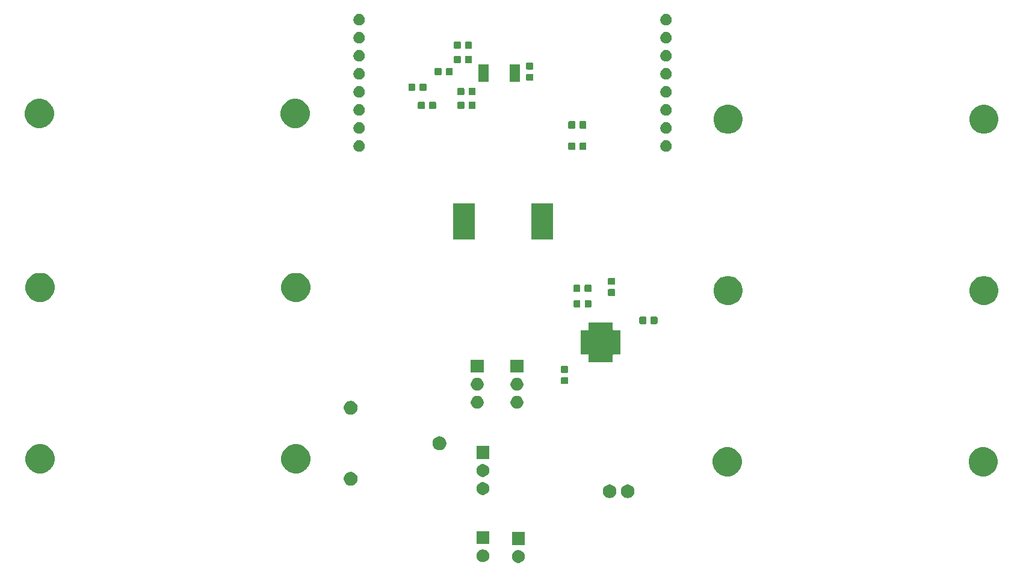
<source format=gbr>
G04 #@! TF.GenerationSoftware,KiCad,Pcbnew,(5.1.5)-3*
G04 #@! TF.CreationDate,2020-04-08T11:42:18+02:00*
G04 #@! TF.ProjectId,sensing_PMU,73656e73-696e-4675-9f50-4d552e6b6963,0.0*
G04 #@! TF.SameCoordinates,Original*
G04 #@! TF.FileFunction,Soldermask,Top*
G04 #@! TF.FilePolarity,Negative*
%FSLAX46Y46*%
G04 Gerber Fmt 4.6, Leading zero omitted, Abs format (unit mm)*
G04 Created by KiCad (PCBNEW (5.1.5)-3) date 2020-04-08 11:42:18*
%MOMM*%
%LPD*%
G04 APERTURE LIST*
%ADD10C,0.100000*%
G04 APERTURE END LIST*
D10*
G36*
X164201531Y-117441544D02*
G01*
X164362812Y-117473624D01*
X164526784Y-117541544D01*
X164674354Y-117640147D01*
X164799853Y-117765646D01*
X164898456Y-117913216D01*
X164966376Y-118077188D01*
X165001000Y-118251259D01*
X165001000Y-118428741D01*
X164966376Y-118602812D01*
X164898456Y-118766784D01*
X164799853Y-118914354D01*
X164674354Y-119039853D01*
X164526784Y-119138456D01*
X164362812Y-119206376D01*
X164213512Y-119236073D01*
X164188742Y-119241000D01*
X164011258Y-119241000D01*
X163986488Y-119236073D01*
X163837188Y-119206376D01*
X163673216Y-119138456D01*
X163525646Y-119039853D01*
X163400147Y-118914354D01*
X163301544Y-118766784D01*
X163233624Y-118602812D01*
X163199000Y-118428741D01*
X163199000Y-118251259D01*
X163233624Y-118077188D01*
X163301544Y-117913216D01*
X163400147Y-117765646D01*
X163525646Y-117640147D01*
X163673216Y-117541544D01*
X163837188Y-117473624D01*
X163998469Y-117441544D01*
X164011258Y-117439000D01*
X164188742Y-117439000D01*
X164201531Y-117441544D01*
G37*
G36*
X159213512Y-117343927D02*
G01*
X159362812Y-117373624D01*
X159526784Y-117441544D01*
X159674354Y-117540147D01*
X159799853Y-117665646D01*
X159898456Y-117813216D01*
X159966376Y-117977188D01*
X160001000Y-118151259D01*
X160001000Y-118328741D01*
X159966376Y-118502812D01*
X159898456Y-118666784D01*
X159799853Y-118814354D01*
X159674354Y-118939853D01*
X159526784Y-119038456D01*
X159362812Y-119106376D01*
X159213512Y-119136073D01*
X159188742Y-119141000D01*
X159011258Y-119141000D01*
X158986488Y-119136073D01*
X158837188Y-119106376D01*
X158673216Y-119038456D01*
X158525646Y-118939853D01*
X158400147Y-118814354D01*
X158301544Y-118666784D01*
X158233624Y-118502812D01*
X158199000Y-118328741D01*
X158199000Y-118151259D01*
X158233624Y-117977188D01*
X158301544Y-117813216D01*
X158400147Y-117665646D01*
X158525646Y-117540147D01*
X158673216Y-117441544D01*
X158837188Y-117373624D01*
X158986488Y-117343927D01*
X159011258Y-117339000D01*
X159188742Y-117339000D01*
X159213512Y-117343927D01*
G37*
G36*
X165001000Y-116701000D02*
G01*
X163199000Y-116701000D01*
X163199000Y-114899000D01*
X165001000Y-114899000D01*
X165001000Y-116701000D01*
G37*
G36*
X160001000Y-116601000D02*
G01*
X158199000Y-116601000D01*
X158199000Y-114799000D01*
X160001000Y-114799000D01*
X160001000Y-116601000D01*
G37*
G36*
X179747395Y-108255546D02*
G01*
X179920466Y-108327234D01*
X179978483Y-108366000D01*
X180076227Y-108431310D01*
X180208690Y-108563773D01*
X180208691Y-108563775D01*
X180312766Y-108719534D01*
X180384454Y-108892605D01*
X180421000Y-109076333D01*
X180421000Y-109263667D01*
X180384454Y-109447395D01*
X180312766Y-109620466D01*
X180312765Y-109620467D01*
X180208690Y-109776227D01*
X180076227Y-109908690D01*
X179997818Y-109961081D01*
X179920466Y-110012766D01*
X179747395Y-110084454D01*
X179563667Y-110121000D01*
X179376333Y-110121000D01*
X179192605Y-110084454D01*
X179019534Y-110012766D01*
X178942182Y-109961081D01*
X178863773Y-109908690D01*
X178731310Y-109776227D01*
X178627235Y-109620467D01*
X178627234Y-109620466D01*
X178555546Y-109447395D01*
X178519000Y-109263667D01*
X178519000Y-109076333D01*
X178555546Y-108892605D01*
X178627234Y-108719534D01*
X178731309Y-108563775D01*
X178731310Y-108563773D01*
X178863773Y-108431310D01*
X178961517Y-108366000D01*
X179019534Y-108327234D01*
X179192605Y-108255546D01*
X179376333Y-108219000D01*
X179563667Y-108219000D01*
X179747395Y-108255546D01*
G37*
G36*
X177207395Y-108255546D02*
G01*
X177380466Y-108327234D01*
X177438483Y-108366000D01*
X177536227Y-108431310D01*
X177668690Y-108563773D01*
X177668691Y-108563775D01*
X177772766Y-108719534D01*
X177844454Y-108892605D01*
X177881000Y-109076333D01*
X177881000Y-109263667D01*
X177844454Y-109447395D01*
X177772766Y-109620466D01*
X177772765Y-109620467D01*
X177668690Y-109776227D01*
X177536227Y-109908690D01*
X177457818Y-109961081D01*
X177380466Y-110012766D01*
X177207395Y-110084454D01*
X177023667Y-110121000D01*
X176836333Y-110121000D01*
X176652605Y-110084454D01*
X176479534Y-110012766D01*
X176402182Y-109961081D01*
X176323773Y-109908690D01*
X176191310Y-109776227D01*
X176087235Y-109620467D01*
X176087234Y-109620466D01*
X176015546Y-109447395D01*
X175979000Y-109263667D01*
X175979000Y-109076333D01*
X176015546Y-108892605D01*
X176087234Y-108719534D01*
X176191309Y-108563775D01*
X176191310Y-108563773D01*
X176323773Y-108431310D01*
X176421517Y-108366000D01*
X176479534Y-108327234D01*
X176652605Y-108255546D01*
X176836333Y-108219000D01*
X177023667Y-108219000D01*
X177207395Y-108255546D01*
G37*
G36*
X159213512Y-107883927D02*
G01*
X159362812Y-107913624D01*
X159526784Y-107981544D01*
X159674354Y-108080147D01*
X159799853Y-108205646D01*
X159898456Y-108353216D01*
X159966376Y-108517188D01*
X160001000Y-108691259D01*
X160001000Y-108868741D01*
X159966376Y-109042812D01*
X159898456Y-109206784D01*
X159799853Y-109354354D01*
X159674354Y-109479853D01*
X159526784Y-109578456D01*
X159362812Y-109646376D01*
X159213512Y-109676073D01*
X159188742Y-109681000D01*
X159011258Y-109681000D01*
X158986488Y-109676073D01*
X158837188Y-109646376D01*
X158673216Y-109578456D01*
X158525646Y-109479853D01*
X158400147Y-109354354D01*
X158301544Y-109206784D01*
X158233624Y-109042812D01*
X158199000Y-108868741D01*
X158199000Y-108691259D01*
X158233624Y-108517188D01*
X158301544Y-108353216D01*
X158400147Y-108205646D01*
X158525646Y-108080147D01*
X158673216Y-107981544D01*
X158837188Y-107913624D01*
X158986488Y-107883927D01*
X159011258Y-107879000D01*
X159188742Y-107879000D01*
X159213512Y-107883927D01*
G37*
G36*
X140781771Y-106471122D02*
G01*
X140957571Y-106543941D01*
X140957573Y-106543942D01*
X141115789Y-106649659D01*
X141250341Y-106784211D01*
X141354337Y-106939852D01*
X141356059Y-106942429D01*
X141428878Y-107118229D01*
X141466000Y-107304856D01*
X141466000Y-107495144D01*
X141428878Y-107681771D01*
X141356059Y-107857571D01*
X141356058Y-107857573D01*
X141250341Y-108015789D01*
X141115789Y-108150341D01*
X140957573Y-108256058D01*
X140957572Y-108256059D01*
X140957571Y-108256059D01*
X140781771Y-108328878D01*
X140595144Y-108366000D01*
X140404856Y-108366000D01*
X140218229Y-108328878D01*
X140042429Y-108256059D01*
X140042428Y-108256059D01*
X140042427Y-108256058D01*
X139884211Y-108150341D01*
X139749659Y-108015789D01*
X139643942Y-107857573D01*
X139643941Y-107857571D01*
X139571122Y-107681771D01*
X139534000Y-107495144D01*
X139534000Y-107304856D01*
X139571122Y-107118229D01*
X139643941Y-106942429D01*
X139645663Y-106939852D01*
X139749659Y-106784211D01*
X139884211Y-106649659D01*
X140042427Y-106543942D01*
X140042429Y-106543941D01*
X140218229Y-106471122D01*
X140404856Y-106434000D01*
X140595144Y-106434000D01*
X140781771Y-106471122D01*
G37*
G36*
X159213512Y-105343927D02*
G01*
X159362812Y-105373624D01*
X159526784Y-105441544D01*
X159674354Y-105540147D01*
X159799853Y-105665646D01*
X159898456Y-105813216D01*
X159966376Y-105977188D01*
X160001000Y-106151259D01*
X160001000Y-106328741D01*
X159966376Y-106502812D01*
X159898456Y-106666784D01*
X159799853Y-106814354D01*
X159674354Y-106939853D01*
X159526784Y-107038456D01*
X159362812Y-107106376D01*
X159213512Y-107136073D01*
X159188742Y-107141000D01*
X159011258Y-107141000D01*
X158986488Y-107136073D01*
X158837188Y-107106376D01*
X158673216Y-107038456D01*
X158525646Y-106939853D01*
X158400147Y-106814354D01*
X158301544Y-106666784D01*
X158233624Y-106502812D01*
X158199000Y-106328741D01*
X158199000Y-106151259D01*
X158233624Y-105977188D01*
X158301544Y-105813216D01*
X158400147Y-105665646D01*
X158525646Y-105540147D01*
X158673216Y-105441544D01*
X158837188Y-105373624D01*
X158986488Y-105343927D01*
X159011258Y-105339000D01*
X159188742Y-105339000D01*
X159213512Y-105343927D01*
G37*
G36*
X194098254Y-103027818D02*
G01*
X194394053Y-103150342D01*
X194471513Y-103182427D01*
X194807436Y-103406884D01*
X195093116Y-103692564D01*
X195299705Y-104001745D01*
X195317574Y-104028489D01*
X195472182Y-104401746D01*
X195551000Y-104797993D01*
X195551000Y-105202007D01*
X195472182Y-105598254D01*
X195317574Y-105971511D01*
X195317573Y-105971513D01*
X195093116Y-106307436D01*
X194807436Y-106593116D01*
X194471513Y-106817573D01*
X194471512Y-106817574D01*
X194471511Y-106817574D01*
X194098254Y-106972182D01*
X193702007Y-107051000D01*
X193297993Y-107051000D01*
X192901746Y-106972182D01*
X192528489Y-106817574D01*
X192528488Y-106817574D01*
X192528487Y-106817573D01*
X192192564Y-106593116D01*
X191906884Y-106307436D01*
X191682427Y-105971513D01*
X191682426Y-105971511D01*
X191527818Y-105598254D01*
X191449000Y-105202007D01*
X191449000Y-104797993D01*
X191527818Y-104401746D01*
X191682426Y-104028489D01*
X191700296Y-104001745D01*
X191906884Y-103692564D01*
X192192564Y-103406884D01*
X192528487Y-103182427D01*
X192605947Y-103150342D01*
X192901746Y-103027818D01*
X193297993Y-102949000D01*
X193702007Y-102949000D01*
X194098254Y-103027818D01*
G37*
G36*
X230098254Y-103027818D02*
G01*
X230394053Y-103150342D01*
X230471513Y-103182427D01*
X230807436Y-103406884D01*
X231093116Y-103692564D01*
X231299705Y-104001745D01*
X231317574Y-104028489D01*
X231472182Y-104401746D01*
X231551000Y-104797993D01*
X231551000Y-105202007D01*
X231472182Y-105598254D01*
X231317574Y-105971511D01*
X231317573Y-105971513D01*
X231093116Y-106307436D01*
X230807436Y-106593116D01*
X230471513Y-106817573D01*
X230471512Y-106817574D01*
X230471511Y-106817574D01*
X230098254Y-106972182D01*
X229702007Y-107051000D01*
X229297993Y-107051000D01*
X228901746Y-106972182D01*
X228528489Y-106817574D01*
X228528488Y-106817574D01*
X228528487Y-106817573D01*
X228192564Y-106593116D01*
X227906884Y-106307436D01*
X227682427Y-105971513D01*
X227682426Y-105971511D01*
X227527818Y-105598254D01*
X227449000Y-105202007D01*
X227449000Y-104797993D01*
X227527818Y-104401746D01*
X227682426Y-104028489D01*
X227700296Y-104001745D01*
X227906884Y-103692564D01*
X228192564Y-103406884D01*
X228528487Y-103182427D01*
X228605947Y-103150342D01*
X228901746Y-103027818D01*
X229297993Y-102949000D01*
X229702007Y-102949000D01*
X230098254Y-103027818D01*
G37*
G36*
X133398254Y-102627818D02*
G01*
X133771511Y-102782426D01*
X133771513Y-102782427D01*
X134020807Y-102949000D01*
X134107436Y-103006884D01*
X134393116Y-103292564D01*
X134617574Y-103628489D01*
X134772182Y-104001746D01*
X134851000Y-104397993D01*
X134851000Y-104802007D01*
X134772182Y-105198254D01*
X134770627Y-105202007D01*
X134617573Y-105571513D01*
X134393116Y-105907436D01*
X134107436Y-106193116D01*
X133771513Y-106417573D01*
X133771512Y-106417574D01*
X133771511Y-106417574D01*
X133398254Y-106572182D01*
X133002007Y-106651000D01*
X132597993Y-106651000D01*
X132201746Y-106572182D01*
X131828489Y-106417574D01*
X131828488Y-106417574D01*
X131828487Y-106417573D01*
X131492564Y-106193116D01*
X131206884Y-105907436D01*
X130982427Y-105571513D01*
X130829373Y-105202007D01*
X130827818Y-105198254D01*
X130749000Y-104802007D01*
X130749000Y-104397993D01*
X130827818Y-104001746D01*
X130982426Y-103628489D01*
X131206884Y-103292564D01*
X131492564Y-103006884D01*
X131579193Y-102949000D01*
X131828487Y-102782427D01*
X131828489Y-102782426D01*
X132201746Y-102627818D01*
X132597993Y-102549000D01*
X133002007Y-102549000D01*
X133398254Y-102627818D01*
G37*
G36*
X97398254Y-102627818D02*
G01*
X97771511Y-102782426D01*
X97771513Y-102782427D01*
X98020807Y-102949000D01*
X98107436Y-103006884D01*
X98393116Y-103292564D01*
X98617574Y-103628489D01*
X98772182Y-104001746D01*
X98851000Y-104397993D01*
X98851000Y-104802007D01*
X98772182Y-105198254D01*
X98770627Y-105202007D01*
X98617573Y-105571513D01*
X98393116Y-105907436D01*
X98107436Y-106193116D01*
X97771513Y-106417573D01*
X97771512Y-106417574D01*
X97771511Y-106417574D01*
X97398254Y-106572182D01*
X97002007Y-106651000D01*
X96597993Y-106651000D01*
X96201746Y-106572182D01*
X95828489Y-106417574D01*
X95828488Y-106417574D01*
X95828487Y-106417573D01*
X95492564Y-106193116D01*
X95206884Y-105907436D01*
X94982427Y-105571513D01*
X94829373Y-105202007D01*
X94827818Y-105198254D01*
X94749000Y-104802007D01*
X94749000Y-104397993D01*
X94827818Y-104001746D01*
X94982426Y-103628489D01*
X95206884Y-103292564D01*
X95492564Y-103006884D01*
X95579193Y-102949000D01*
X95828487Y-102782427D01*
X95828489Y-102782426D01*
X96201746Y-102627818D01*
X96597993Y-102549000D01*
X97002007Y-102549000D01*
X97398254Y-102627818D01*
G37*
G36*
X160001000Y-104601000D02*
G01*
X158199000Y-104601000D01*
X158199000Y-102799000D01*
X160001000Y-102799000D01*
X160001000Y-104601000D01*
G37*
G36*
X153281771Y-101471122D02*
G01*
X153457571Y-101543941D01*
X153457573Y-101543942D01*
X153615789Y-101649659D01*
X153750341Y-101784211D01*
X153750342Y-101784213D01*
X153856059Y-101942429D01*
X153928878Y-102118229D01*
X153966000Y-102304856D01*
X153966000Y-102495144D01*
X153928878Y-102681771D01*
X153880320Y-102799000D01*
X153856058Y-102857573D01*
X153750341Y-103015789D01*
X153615789Y-103150341D01*
X153457573Y-103256058D01*
X153457572Y-103256059D01*
X153457571Y-103256059D01*
X153281771Y-103328878D01*
X153095144Y-103366000D01*
X152904856Y-103366000D01*
X152718229Y-103328878D01*
X152542429Y-103256059D01*
X152542428Y-103256059D01*
X152542427Y-103256058D01*
X152384211Y-103150341D01*
X152249659Y-103015789D01*
X152143942Y-102857573D01*
X152119680Y-102799000D01*
X152071122Y-102681771D01*
X152034000Y-102495144D01*
X152034000Y-102304856D01*
X152071122Y-102118229D01*
X152143941Y-101942429D01*
X152249658Y-101784213D01*
X152249659Y-101784211D01*
X152384211Y-101649659D01*
X152542427Y-101543942D01*
X152542429Y-101543941D01*
X152718229Y-101471122D01*
X152904856Y-101434000D01*
X153095144Y-101434000D01*
X153281771Y-101471122D01*
G37*
G36*
X140781771Y-96471122D02*
G01*
X140957571Y-96543941D01*
X140957573Y-96543942D01*
X141115789Y-96649659D01*
X141250341Y-96784211D01*
X141250342Y-96784213D01*
X141356059Y-96942429D01*
X141428878Y-97118229D01*
X141466000Y-97304856D01*
X141466000Y-97495144D01*
X141428878Y-97681771D01*
X141356059Y-97857571D01*
X141356058Y-97857573D01*
X141250341Y-98015789D01*
X141115789Y-98150341D01*
X140957573Y-98256058D01*
X140957572Y-98256059D01*
X140957571Y-98256059D01*
X140781771Y-98328878D01*
X140595144Y-98366000D01*
X140404856Y-98366000D01*
X140218229Y-98328878D01*
X140042429Y-98256059D01*
X140042428Y-98256059D01*
X140042427Y-98256058D01*
X139884211Y-98150341D01*
X139749659Y-98015789D01*
X139643942Y-97857573D01*
X139643941Y-97857571D01*
X139571122Y-97681771D01*
X139534000Y-97495144D01*
X139534000Y-97304856D01*
X139571122Y-97118229D01*
X139643941Y-96942429D01*
X139749658Y-96784213D01*
X139749659Y-96784211D01*
X139884211Y-96649659D01*
X140042427Y-96543942D01*
X140042429Y-96543941D01*
X140218229Y-96471122D01*
X140404856Y-96434000D01*
X140595144Y-96434000D01*
X140781771Y-96471122D01*
G37*
G36*
X158433512Y-95743927D02*
G01*
X158582812Y-95773624D01*
X158746784Y-95841544D01*
X158894354Y-95940147D01*
X159019853Y-96065646D01*
X159118456Y-96213216D01*
X159186376Y-96377188D01*
X159197676Y-96434000D01*
X159219545Y-96543941D01*
X159221000Y-96551259D01*
X159221000Y-96728741D01*
X159186376Y-96902812D01*
X159118456Y-97066784D01*
X159019853Y-97214354D01*
X158894354Y-97339853D01*
X158746784Y-97438456D01*
X158582812Y-97506376D01*
X158433512Y-97536073D01*
X158408742Y-97541000D01*
X158231258Y-97541000D01*
X158206488Y-97536073D01*
X158057188Y-97506376D01*
X157893216Y-97438456D01*
X157745646Y-97339853D01*
X157620147Y-97214354D01*
X157521544Y-97066784D01*
X157453624Y-96902812D01*
X157419000Y-96728741D01*
X157419000Y-96551259D01*
X157420456Y-96543941D01*
X157442324Y-96434000D01*
X157453624Y-96377188D01*
X157521544Y-96213216D01*
X157620147Y-96065646D01*
X157745646Y-95940147D01*
X157893216Y-95841544D01*
X158057188Y-95773624D01*
X158206488Y-95743927D01*
X158231258Y-95739000D01*
X158408742Y-95739000D01*
X158433512Y-95743927D01*
G37*
G36*
X164013512Y-95743927D02*
G01*
X164162812Y-95773624D01*
X164326784Y-95841544D01*
X164474354Y-95940147D01*
X164599853Y-96065646D01*
X164698456Y-96213216D01*
X164766376Y-96377188D01*
X164777676Y-96434000D01*
X164799545Y-96543941D01*
X164801000Y-96551259D01*
X164801000Y-96728741D01*
X164766376Y-96902812D01*
X164698456Y-97066784D01*
X164599853Y-97214354D01*
X164474354Y-97339853D01*
X164326784Y-97438456D01*
X164162812Y-97506376D01*
X164013512Y-97536073D01*
X163988742Y-97541000D01*
X163811258Y-97541000D01*
X163786488Y-97536073D01*
X163637188Y-97506376D01*
X163473216Y-97438456D01*
X163325646Y-97339853D01*
X163200147Y-97214354D01*
X163101544Y-97066784D01*
X163033624Y-96902812D01*
X162999000Y-96728741D01*
X162999000Y-96551259D01*
X163000456Y-96543941D01*
X163022324Y-96434000D01*
X163033624Y-96377188D01*
X163101544Y-96213216D01*
X163200147Y-96065646D01*
X163325646Y-95940147D01*
X163473216Y-95841544D01*
X163637188Y-95773624D01*
X163786488Y-95743927D01*
X163811258Y-95739000D01*
X163988742Y-95739000D01*
X164013512Y-95743927D01*
G37*
G36*
X164013512Y-93203927D02*
G01*
X164162812Y-93233624D01*
X164326784Y-93301544D01*
X164474354Y-93400147D01*
X164599853Y-93525646D01*
X164698456Y-93673216D01*
X164766376Y-93837188D01*
X164801000Y-94011259D01*
X164801000Y-94188741D01*
X164766376Y-94362812D01*
X164698456Y-94526784D01*
X164599853Y-94674354D01*
X164474354Y-94799853D01*
X164326784Y-94898456D01*
X164162812Y-94966376D01*
X164013512Y-94996073D01*
X163988742Y-95001000D01*
X163811258Y-95001000D01*
X163786488Y-94996073D01*
X163637188Y-94966376D01*
X163473216Y-94898456D01*
X163325646Y-94799853D01*
X163200147Y-94674354D01*
X163101544Y-94526784D01*
X163033624Y-94362812D01*
X162999000Y-94188741D01*
X162999000Y-94011259D01*
X163033624Y-93837188D01*
X163101544Y-93673216D01*
X163200147Y-93525646D01*
X163325646Y-93400147D01*
X163473216Y-93301544D01*
X163637188Y-93233624D01*
X163786488Y-93203927D01*
X163811258Y-93199000D01*
X163988742Y-93199000D01*
X164013512Y-93203927D01*
G37*
G36*
X158433512Y-93203927D02*
G01*
X158582812Y-93233624D01*
X158746784Y-93301544D01*
X158894354Y-93400147D01*
X159019853Y-93525646D01*
X159118456Y-93673216D01*
X159186376Y-93837188D01*
X159221000Y-94011259D01*
X159221000Y-94188741D01*
X159186376Y-94362812D01*
X159118456Y-94526784D01*
X159019853Y-94674354D01*
X158894354Y-94799853D01*
X158746784Y-94898456D01*
X158582812Y-94966376D01*
X158433512Y-94996073D01*
X158408742Y-95001000D01*
X158231258Y-95001000D01*
X158206488Y-94996073D01*
X158057188Y-94966376D01*
X157893216Y-94898456D01*
X157745646Y-94799853D01*
X157620147Y-94674354D01*
X157521544Y-94526784D01*
X157453624Y-94362812D01*
X157419000Y-94188741D01*
X157419000Y-94011259D01*
X157453624Y-93837188D01*
X157521544Y-93673216D01*
X157620147Y-93525646D01*
X157745646Y-93400147D01*
X157893216Y-93301544D01*
X158057188Y-93233624D01*
X158206488Y-93203927D01*
X158231258Y-93199000D01*
X158408742Y-93199000D01*
X158433512Y-93203927D01*
G37*
G36*
X170979591Y-93103085D02*
G01*
X171013569Y-93113393D01*
X171044890Y-93130134D01*
X171072339Y-93152661D01*
X171094866Y-93180110D01*
X171111607Y-93211431D01*
X171121915Y-93245409D01*
X171126000Y-93286890D01*
X171126000Y-93888110D01*
X171121915Y-93929591D01*
X171111607Y-93963569D01*
X171094866Y-93994890D01*
X171072339Y-94022339D01*
X171044890Y-94044866D01*
X171013569Y-94061607D01*
X170979591Y-94071915D01*
X170938110Y-94076000D01*
X170261890Y-94076000D01*
X170220409Y-94071915D01*
X170186431Y-94061607D01*
X170155110Y-94044866D01*
X170127661Y-94022339D01*
X170105134Y-93994890D01*
X170088393Y-93963569D01*
X170078085Y-93929591D01*
X170074000Y-93888110D01*
X170074000Y-93286890D01*
X170078085Y-93245409D01*
X170088393Y-93211431D01*
X170105134Y-93180110D01*
X170127661Y-93152661D01*
X170155110Y-93130134D01*
X170186431Y-93113393D01*
X170220409Y-93103085D01*
X170261890Y-93099000D01*
X170938110Y-93099000D01*
X170979591Y-93103085D01*
G37*
G36*
X170979591Y-91528085D02*
G01*
X171013569Y-91538393D01*
X171044890Y-91555134D01*
X171072339Y-91577661D01*
X171094866Y-91605110D01*
X171111607Y-91636431D01*
X171121915Y-91670409D01*
X171126000Y-91711890D01*
X171126000Y-92313110D01*
X171121915Y-92354591D01*
X171111607Y-92388569D01*
X171094866Y-92419890D01*
X171072339Y-92447339D01*
X171044890Y-92469866D01*
X171013569Y-92486607D01*
X170979591Y-92496915D01*
X170938110Y-92501000D01*
X170261890Y-92501000D01*
X170220409Y-92496915D01*
X170186431Y-92486607D01*
X170155110Y-92469866D01*
X170127661Y-92447339D01*
X170105134Y-92419890D01*
X170088393Y-92388569D01*
X170078085Y-92354591D01*
X170074000Y-92313110D01*
X170074000Y-91711890D01*
X170078085Y-91670409D01*
X170088393Y-91636431D01*
X170105134Y-91605110D01*
X170127661Y-91577661D01*
X170155110Y-91555134D01*
X170186431Y-91538393D01*
X170220409Y-91528085D01*
X170261890Y-91524000D01*
X170938110Y-91524000D01*
X170979591Y-91528085D01*
G37*
G36*
X159221000Y-92461000D02*
G01*
X157419000Y-92461000D01*
X157419000Y-90659000D01*
X159221000Y-90659000D01*
X159221000Y-92461000D01*
G37*
G36*
X164801000Y-92461000D02*
G01*
X162999000Y-92461000D01*
X162999000Y-90659000D01*
X164801000Y-90659000D01*
X164801000Y-92461000D01*
G37*
G36*
X177401000Y-86374001D02*
G01*
X177403402Y-86398387D01*
X177410515Y-86421836D01*
X177422066Y-86443447D01*
X177437611Y-86462389D01*
X177456553Y-86477934D01*
X177478164Y-86489485D01*
X177501613Y-86496598D01*
X177525999Y-86499000D01*
X178501000Y-86499000D01*
X178501000Y-89901000D01*
X177525999Y-89901000D01*
X177501613Y-89903402D01*
X177478164Y-89910515D01*
X177456553Y-89922066D01*
X177437611Y-89937611D01*
X177422066Y-89956553D01*
X177410515Y-89978164D01*
X177403402Y-90001613D01*
X177401000Y-90025999D01*
X177401000Y-91001000D01*
X173999000Y-91001000D01*
X173999000Y-90025999D01*
X173996598Y-90001613D01*
X173989485Y-89978164D01*
X173977934Y-89956553D01*
X173962389Y-89937611D01*
X173943447Y-89922066D01*
X173921836Y-89910515D01*
X173898387Y-89903402D01*
X173874001Y-89901000D01*
X172899000Y-89901000D01*
X172899000Y-86499000D01*
X173874001Y-86499000D01*
X173898387Y-86496598D01*
X173921836Y-86489485D01*
X173943447Y-86477934D01*
X173962389Y-86462389D01*
X173977934Y-86443447D01*
X173989485Y-86421836D01*
X173996598Y-86398387D01*
X173999000Y-86374001D01*
X173999000Y-85399000D01*
X177401000Y-85399000D01*
X177401000Y-86374001D01*
G37*
G36*
X183529591Y-84588085D02*
G01*
X183563569Y-84598393D01*
X183594890Y-84615134D01*
X183622339Y-84637661D01*
X183644866Y-84665110D01*
X183661607Y-84696431D01*
X183671915Y-84730409D01*
X183676000Y-84771890D01*
X183676000Y-85448110D01*
X183671915Y-85489591D01*
X183661607Y-85523569D01*
X183644866Y-85554890D01*
X183622339Y-85582339D01*
X183594890Y-85604866D01*
X183563569Y-85621607D01*
X183529591Y-85631915D01*
X183488110Y-85636000D01*
X182886890Y-85636000D01*
X182845409Y-85631915D01*
X182811431Y-85621607D01*
X182780110Y-85604866D01*
X182752661Y-85582339D01*
X182730134Y-85554890D01*
X182713393Y-85523569D01*
X182703085Y-85489591D01*
X182699000Y-85448110D01*
X182699000Y-84771890D01*
X182703085Y-84730409D01*
X182713393Y-84696431D01*
X182730134Y-84665110D01*
X182752661Y-84637661D01*
X182780110Y-84615134D01*
X182811431Y-84598393D01*
X182845409Y-84588085D01*
X182886890Y-84584000D01*
X183488110Y-84584000D01*
X183529591Y-84588085D01*
G37*
G36*
X181954591Y-84588085D02*
G01*
X181988569Y-84598393D01*
X182019890Y-84615134D01*
X182047339Y-84637661D01*
X182069866Y-84665110D01*
X182086607Y-84696431D01*
X182096915Y-84730409D01*
X182101000Y-84771890D01*
X182101000Y-85448110D01*
X182096915Y-85489591D01*
X182086607Y-85523569D01*
X182069866Y-85554890D01*
X182047339Y-85582339D01*
X182019890Y-85604866D01*
X181988569Y-85621607D01*
X181954591Y-85631915D01*
X181913110Y-85636000D01*
X181311890Y-85636000D01*
X181270409Y-85631915D01*
X181236431Y-85621607D01*
X181205110Y-85604866D01*
X181177661Y-85582339D01*
X181155134Y-85554890D01*
X181138393Y-85523569D01*
X181128085Y-85489591D01*
X181124000Y-85448110D01*
X181124000Y-84771890D01*
X181128085Y-84730409D01*
X181138393Y-84696431D01*
X181155134Y-84665110D01*
X181177661Y-84637661D01*
X181205110Y-84615134D01*
X181236431Y-84598393D01*
X181270409Y-84588085D01*
X181311890Y-84584000D01*
X181913110Y-84584000D01*
X181954591Y-84588085D01*
G37*
G36*
X172684591Y-82248085D02*
G01*
X172718569Y-82258393D01*
X172749890Y-82275134D01*
X172777339Y-82297661D01*
X172799866Y-82325110D01*
X172816607Y-82356431D01*
X172826915Y-82390409D01*
X172831000Y-82431890D01*
X172831000Y-83108110D01*
X172826915Y-83149591D01*
X172816607Y-83183569D01*
X172799866Y-83214890D01*
X172777339Y-83242339D01*
X172749890Y-83264866D01*
X172718569Y-83281607D01*
X172684591Y-83291915D01*
X172643110Y-83296000D01*
X172041890Y-83296000D01*
X172000409Y-83291915D01*
X171966431Y-83281607D01*
X171935110Y-83264866D01*
X171907661Y-83242339D01*
X171885134Y-83214890D01*
X171868393Y-83183569D01*
X171858085Y-83149591D01*
X171854000Y-83108110D01*
X171854000Y-82431890D01*
X171858085Y-82390409D01*
X171868393Y-82356431D01*
X171885134Y-82325110D01*
X171907661Y-82297661D01*
X171935110Y-82275134D01*
X171966431Y-82258393D01*
X172000409Y-82248085D01*
X172041890Y-82244000D01*
X172643110Y-82244000D01*
X172684591Y-82248085D01*
G37*
G36*
X174259591Y-82248085D02*
G01*
X174293569Y-82258393D01*
X174324890Y-82275134D01*
X174352339Y-82297661D01*
X174374866Y-82325110D01*
X174391607Y-82356431D01*
X174401915Y-82390409D01*
X174406000Y-82431890D01*
X174406000Y-83108110D01*
X174401915Y-83149591D01*
X174391607Y-83183569D01*
X174374866Y-83214890D01*
X174352339Y-83242339D01*
X174324890Y-83264866D01*
X174293569Y-83281607D01*
X174259591Y-83291915D01*
X174218110Y-83296000D01*
X173616890Y-83296000D01*
X173575409Y-83291915D01*
X173541431Y-83281607D01*
X173510110Y-83264866D01*
X173482661Y-83242339D01*
X173460134Y-83214890D01*
X173443393Y-83183569D01*
X173433085Y-83149591D01*
X173429000Y-83108110D01*
X173429000Y-82431890D01*
X173433085Y-82390409D01*
X173443393Y-82356431D01*
X173460134Y-82325110D01*
X173482661Y-82297661D01*
X173510110Y-82275134D01*
X173541431Y-82258393D01*
X173575409Y-82248085D01*
X173616890Y-82244000D01*
X174218110Y-82244000D01*
X174259591Y-82248085D01*
G37*
G36*
X194198254Y-78947818D02*
G01*
X194571511Y-79102426D01*
X194571513Y-79102427D01*
X194907436Y-79326884D01*
X195193116Y-79612564D01*
X195393935Y-79913110D01*
X195417574Y-79948489D01*
X195572182Y-80321746D01*
X195651000Y-80717993D01*
X195651000Y-81122007D01*
X195572182Y-81518254D01*
X195460683Y-81787436D01*
X195417573Y-81891513D01*
X195193116Y-82227436D01*
X194907436Y-82513116D01*
X194571513Y-82737573D01*
X194571512Y-82737574D01*
X194571511Y-82737574D01*
X194198254Y-82892182D01*
X193802007Y-82971000D01*
X193397993Y-82971000D01*
X193001746Y-82892182D01*
X192628489Y-82737574D01*
X192628488Y-82737574D01*
X192628487Y-82737573D01*
X192292564Y-82513116D01*
X192006884Y-82227436D01*
X191782427Y-81891513D01*
X191739317Y-81787436D01*
X191627818Y-81518254D01*
X191549000Y-81122007D01*
X191549000Y-80717993D01*
X191627818Y-80321746D01*
X191782426Y-79948489D01*
X191806066Y-79913110D01*
X192006884Y-79612564D01*
X192292564Y-79326884D01*
X192628487Y-79102427D01*
X192628489Y-79102426D01*
X193001746Y-78947818D01*
X193397993Y-78869000D01*
X193802007Y-78869000D01*
X194198254Y-78947818D01*
G37*
G36*
X230198254Y-78947818D02*
G01*
X230571511Y-79102426D01*
X230571513Y-79102427D01*
X230907436Y-79326884D01*
X231193116Y-79612564D01*
X231393935Y-79913110D01*
X231417574Y-79948489D01*
X231572182Y-80321746D01*
X231651000Y-80717993D01*
X231651000Y-81122007D01*
X231572182Y-81518254D01*
X231460683Y-81787436D01*
X231417573Y-81891513D01*
X231193116Y-82227436D01*
X230907436Y-82513116D01*
X230571513Y-82737573D01*
X230571512Y-82737574D01*
X230571511Y-82737574D01*
X230198254Y-82892182D01*
X229802007Y-82971000D01*
X229397993Y-82971000D01*
X229001746Y-82892182D01*
X228628489Y-82737574D01*
X228628488Y-82737574D01*
X228628487Y-82737573D01*
X228292564Y-82513116D01*
X228006884Y-82227436D01*
X227782427Y-81891513D01*
X227739317Y-81787436D01*
X227627818Y-81518254D01*
X227549000Y-81122007D01*
X227549000Y-80717993D01*
X227627818Y-80321746D01*
X227782426Y-79948489D01*
X227806066Y-79913110D01*
X228006884Y-79612564D01*
X228292564Y-79326884D01*
X228628487Y-79102427D01*
X228628489Y-79102426D01*
X229001746Y-78947818D01*
X229397993Y-78869000D01*
X229802007Y-78869000D01*
X230198254Y-78947818D01*
G37*
G36*
X133398254Y-78507818D02*
G01*
X133771511Y-78662426D01*
X133771513Y-78662427D01*
X134107436Y-78886884D01*
X134393116Y-79172564D01*
X134496230Y-79326884D01*
X134617574Y-79508489D01*
X134772182Y-79881746D01*
X134851000Y-80277993D01*
X134851000Y-80682007D01*
X134772182Y-81078254D01*
X134625759Y-81431750D01*
X134617573Y-81451513D01*
X134393116Y-81787436D01*
X134107436Y-82073116D01*
X133771513Y-82297573D01*
X133771512Y-82297574D01*
X133771511Y-82297574D01*
X133398254Y-82452182D01*
X133002007Y-82531000D01*
X132597993Y-82531000D01*
X132201746Y-82452182D01*
X131828489Y-82297574D01*
X131828488Y-82297574D01*
X131828487Y-82297573D01*
X131492564Y-82073116D01*
X131206884Y-81787436D01*
X130982427Y-81451513D01*
X130974241Y-81431750D01*
X130827818Y-81078254D01*
X130749000Y-80682007D01*
X130749000Y-80277993D01*
X130827818Y-79881746D01*
X130982426Y-79508489D01*
X131103771Y-79326884D01*
X131206884Y-79172564D01*
X131492564Y-78886884D01*
X131828487Y-78662427D01*
X131828489Y-78662426D01*
X132201746Y-78507818D01*
X132597993Y-78429000D01*
X133002007Y-78429000D01*
X133398254Y-78507818D01*
G37*
G36*
X97398254Y-78507818D02*
G01*
X97771511Y-78662426D01*
X97771513Y-78662427D01*
X98107436Y-78886884D01*
X98393116Y-79172564D01*
X98496230Y-79326884D01*
X98617574Y-79508489D01*
X98772182Y-79881746D01*
X98851000Y-80277993D01*
X98851000Y-80682007D01*
X98772182Y-81078254D01*
X98625759Y-81431750D01*
X98617573Y-81451513D01*
X98393116Y-81787436D01*
X98107436Y-82073116D01*
X97771513Y-82297573D01*
X97771512Y-82297574D01*
X97771511Y-82297574D01*
X97398254Y-82452182D01*
X97002007Y-82531000D01*
X96597993Y-82531000D01*
X96201746Y-82452182D01*
X95828489Y-82297574D01*
X95828488Y-82297574D01*
X95828487Y-82297573D01*
X95492564Y-82073116D01*
X95206884Y-81787436D01*
X94982427Y-81451513D01*
X94974241Y-81431750D01*
X94827818Y-81078254D01*
X94749000Y-80682007D01*
X94749000Y-80277993D01*
X94827818Y-79881746D01*
X94982426Y-79508489D01*
X95103771Y-79326884D01*
X95206884Y-79172564D01*
X95492564Y-78886884D01*
X95828487Y-78662427D01*
X95828489Y-78662426D01*
X96201746Y-78507818D01*
X96597993Y-78429000D01*
X97002007Y-78429000D01*
X97398254Y-78507818D01*
G37*
G36*
X177579591Y-80703085D02*
G01*
X177613569Y-80713393D01*
X177644890Y-80730134D01*
X177672339Y-80752661D01*
X177694866Y-80780110D01*
X177711607Y-80811431D01*
X177721915Y-80845409D01*
X177726000Y-80886890D01*
X177726000Y-81488110D01*
X177721915Y-81529591D01*
X177711607Y-81563569D01*
X177694866Y-81594890D01*
X177672339Y-81622339D01*
X177644890Y-81644866D01*
X177613569Y-81661607D01*
X177579591Y-81671915D01*
X177538110Y-81676000D01*
X176861890Y-81676000D01*
X176820409Y-81671915D01*
X176786431Y-81661607D01*
X176755110Y-81644866D01*
X176727661Y-81622339D01*
X176705134Y-81594890D01*
X176688393Y-81563569D01*
X176678085Y-81529591D01*
X176674000Y-81488110D01*
X176674000Y-80886890D01*
X176678085Y-80845409D01*
X176688393Y-80811431D01*
X176705134Y-80780110D01*
X176727661Y-80752661D01*
X176755110Y-80730134D01*
X176786431Y-80713393D01*
X176820409Y-80703085D01*
X176861890Y-80699000D01*
X177538110Y-80699000D01*
X177579591Y-80703085D01*
G37*
G36*
X174249591Y-80078085D02*
G01*
X174283569Y-80088393D01*
X174314890Y-80105134D01*
X174342339Y-80127661D01*
X174364866Y-80155110D01*
X174381607Y-80186431D01*
X174391915Y-80220409D01*
X174396000Y-80261890D01*
X174396000Y-80938110D01*
X174391915Y-80979591D01*
X174381607Y-81013569D01*
X174364866Y-81044890D01*
X174342339Y-81072339D01*
X174314890Y-81094866D01*
X174283569Y-81111607D01*
X174249591Y-81121915D01*
X174208110Y-81126000D01*
X173606890Y-81126000D01*
X173565409Y-81121915D01*
X173531431Y-81111607D01*
X173500110Y-81094866D01*
X173472661Y-81072339D01*
X173450134Y-81044890D01*
X173433393Y-81013569D01*
X173423085Y-80979591D01*
X173419000Y-80938110D01*
X173419000Y-80261890D01*
X173423085Y-80220409D01*
X173433393Y-80186431D01*
X173450134Y-80155110D01*
X173472661Y-80127661D01*
X173500110Y-80105134D01*
X173531431Y-80088393D01*
X173565409Y-80078085D01*
X173606890Y-80074000D01*
X174208110Y-80074000D01*
X174249591Y-80078085D01*
G37*
G36*
X172674591Y-80078085D02*
G01*
X172708569Y-80088393D01*
X172739890Y-80105134D01*
X172767339Y-80127661D01*
X172789866Y-80155110D01*
X172806607Y-80186431D01*
X172816915Y-80220409D01*
X172821000Y-80261890D01*
X172821000Y-80938110D01*
X172816915Y-80979591D01*
X172806607Y-81013569D01*
X172789866Y-81044890D01*
X172767339Y-81072339D01*
X172739890Y-81094866D01*
X172708569Y-81111607D01*
X172674591Y-81121915D01*
X172633110Y-81126000D01*
X172031890Y-81126000D01*
X171990409Y-81121915D01*
X171956431Y-81111607D01*
X171925110Y-81094866D01*
X171897661Y-81072339D01*
X171875134Y-81044890D01*
X171858393Y-81013569D01*
X171848085Y-80979591D01*
X171844000Y-80938110D01*
X171844000Y-80261890D01*
X171848085Y-80220409D01*
X171858393Y-80186431D01*
X171875134Y-80155110D01*
X171897661Y-80127661D01*
X171925110Y-80105134D01*
X171956431Y-80088393D01*
X171990409Y-80078085D01*
X172031890Y-80074000D01*
X172633110Y-80074000D01*
X172674591Y-80078085D01*
G37*
G36*
X177579591Y-79128085D02*
G01*
X177613569Y-79138393D01*
X177644890Y-79155134D01*
X177672339Y-79177661D01*
X177694866Y-79205110D01*
X177711607Y-79236431D01*
X177721915Y-79270409D01*
X177726000Y-79311890D01*
X177726000Y-79913110D01*
X177721915Y-79954591D01*
X177711607Y-79988569D01*
X177694866Y-80019890D01*
X177672339Y-80047339D01*
X177644890Y-80069866D01*
X177613569Y-80086607D01*
X177579591Y-80096915D01*
X177538110Y-80101000D01*
X176861890Y-80101000D01*
X176820409Y-80096915D01*
X176786431Y-80086607D01*
X176755110Y-80069866D01*
X176727661Y-80047339D01*
X176705134Y-80019890D01*
X176688393Y-79988569D01*
X176678085Y-79954591D01*
X176674000Y-79913110D01*
X176674000Y-79311890D01*
X176678085Y-79270409D01*
X176688393Y-79236431D01*
X176705134Y-79205110D01*
X176727661Y-79177661D01*
X176755110Y-79155134D01*
X176786431Y-79138393D01*
X176820409Y-79128085D01*
X176861890Y-79124000D01*
X177538110Y-79124000D01*
X177579591Y-79128085D01*
G37*
G36*
X169001000Y-73751000D02*
G01*
X165899000Y-73751000D01*
X165899000Y-68649000D01*
X169001000Y-68649000D01*
X169001000Y-73751000D01*
G37*
G36*
X158001000Y-73751000D02*
G01*
X154899000Y-73751000D01*
X154899000Y-68649000D01*
X158001000Y-68649000D01*
X158001000Y-73751000D01*
G37*
G36*
X185117142Y-59798242D02*
G01*
X185265101Y-59859529D01*
X185398255Y-59948499D01*
X185511501Y-60061745D01*
X185600471Y-60194899D01*
X185661758Y-60342858D01*
X185693000Y-60499925D01*
X185693000Y-60660075D01*
X185661758Y-60817142D01*
X185600471Y-60965101D01*
X185511501Y-61098255D01*
X185398255Y-61211501D01*
X185265101Y-61300471D01*
X185117142Y-61361758D01*
X184960075Y-61393000D01*
X184799925Y-61393000D01*
X184642858Y-61361758D01*
X184494899Y-61300471D01*
X184361745Y-61211501D01*
X184248499Y-61098255D01*
X184159529Y-60965101D01*
X184098242Y-60817142D01*
X184067000Y-60660075D01*
X184067000Y-60499925D01*
X184098242Y-60342858D01*
X184159529Y-60194899D01*
X184248499Y-60061745D01*
X184361745Y-59948499D01*
X184494899Y-59859529D01*
X184642858Y-59798242D01*
X184799925Y-59767000D01*
X184960075Y-59767000D01*
X185117142Y-59798242D01*
G37*
G36*
X141937142Y-59798242D02*
G01*
X142085101Y-59859529D01*
X142218255Y-59948499D01*
X142331501Y-60061745D01*
X142420471Y-60194899D01*
X142481758Y-60342858D01*
X142513000Y-60499925D01*
X142513000Y-60660075D01*
X142481758Y-60817142D01*
X142420471Y-60965101D01*
X142331501Y-61098255D01*
X142218255Y-61211501D01*
X142085101Y-61300471D01*
X141937142Y-61361758D01*
X141780075Y-61393000D01*
X141619925Y-61393000D01*
X141462858Y-61361758D01*
X141314899Y-61300471D01*
X141181745Y-61211501D01*
X141068499Y-61098255D01*
X140979529Y-60965101D01*
X140918242Y-60817142D01*
X140887000Y-60660075D01*
X140887000Y-60499925D01*
X140918242Y-60342858D01*
X140979529Y-60194899D01*
X141068499Y-60061745D01*
X141181745Y-59948499D01*
X141314899Y-59859529D01*
X141462858Y-59798242D01*
X141619925Y-59767000D01*
X141780075Y-59767000D01*
X141937142Y-59798242D01*
G37*
G36*
X173529591Y-60078085D02*
G01*
X173563569Y-60088393D01*
X173594890Y-60105134D01*
X173622339Y-60127661D01*
X173644866Y-60155110D01*
X173661607Y-60186431D01*
X173671915Y-60220409D01*
X173676000Y-60261890D01*
X173676000Y-60938110D01*
X173671915Y-60979591D01*
X173661607Y-61013569D01*
X173644866Y-61044890D01*
X173622339Y-61072339D01*
X173594890Y-61094866D01*
X173563569Y-61111607D01*
X173529591Y-61121915D01*
X173488110Y-61126000D01*
X172886890Y-61126000D01*
X172845409Y-61121915D01*
X172811431Y-61111607D01*
X172780110Y-61094866D01*
X172752661Y-61072339D01*
X172730134Y-61044890D01*
X172713393Y-61013569D01*
X172703085Y-60979591D01*
X172699000Y-60938110D01*
X172699000Y-60261890D01*
X172703085Y-60220409D01*
X172713393Y-60186431D01*
X172730134Y-60155110D01*
X172752661Y-60127661D01*
X172780110Y-60105134D01*
X172811431Y-60088393D01*
X172845409Y-60078085D01*
X172886890Y-60074000D01*
X173488110Y-60074000D01*
X173529591Y-60078085D01*
G37*
G36*
X171954591Y-60078085D02*
G01*
X171988569Y-60088393D01*
X172019890Y-60105134D01*
X172047339Y-60127661D01*
X172069866Y-60155110D01*
X172086607Y-60186431D01*
X172096915Y-60220409D01*
X172101000Y-60261890D01*
X172101000Y-60938110D01*
X172096915Y-60979591D01*
X172086607Y-61013569D01*
X172069866Y-61044890D01*
X172047339Y-61072339D01*
X172019890Y-61094866D01*
X171988569Y-61111607D01*
X171954591Y-61121915D01*
X171913110Y-61126000D01*
X171311890Y-61126000D01*
X171270409Y-61121915D01*
X171236431Y-61111607D01*
X171205110Y-61094866D01*
X171177661Y-61072339D01*
X171155134Y-61044890D01*
X171138393Y-61013569D01*
X171128085Y-60979591D01*
X171124000Y-60938110D01*
X171124000Y-60261890D01*
X171128085Y-60220409D01*
X171138393Y-60186431D01*
X171155134Y-60155110D01*
X171177661Y-60127661D01*
X171205110Y-60105134D01*
X171236431Y-60088393D01*
X171270409Y-60078085D01*
X171311890Y-60074000D01*
X171913110Y-60074000D01*
X171954591Y-60078085D01*
G37*
G36*
X185117142Y-57258242D02*
G01*
X185265101Y-57319529D01*
X185398255Y-57408499D01*
X185511501Y-57521745D01*
X185600471Y-57654899D01*
X185661758Y-57802858D01*
X185693000Y-57959925D01*
X185693000Y-58120075D01*
X185661758Y-58277142D01*
X185600471Y-58425101D01*
X185511501Y-58558255D01*
X185398255Y-58671501D01*
X185265101Y-58760471D01*
X185117142Y-58821758D01*
X184960075Y-58853000D01*
X184799925Y-58853000D01*
X184642858Y-58821758D01*
X184494899Y-58760471D01*
X184361745Y-58671501D01*
X184248499Y-58558255D01*
X184159529Y-58425101D01*
X184098242Y-58277142D01*
X184067000Y-58120075D01*
X184067000Y-57959925D01*
X184098242Y-57802858D01*
X184159529Y-57654899D01*
X184248499Y-57521745D01*
X184361745Y-57408499D01*
X184494899Y-57319529D01*
X184642858Y-57258242D01*
X184799925Y-57227000D01*
X184960075Y-57227000D01*
X185117142Y-57258242D01*
G37*
G36*
X141937142Y-57258242D02*
G01*
X142085101Y-57319529D01*
X142218255Y-57408499D01*
X142331501Y-57521745D01*
X142420471Y-57654899D01*
X142481758Y-57802858D01*
X142513000Y-57959925D01*
X142513000Y-58120075D01*
X142481758Y-58277142D01*
X142420471Y-58425101D01*
X142331501Y-58558255D01*
X142218255Y-58671501D01*
X142085101Y-58760471D01*
X141937142Y-58821758D01*
X141780075Y-58853000D01*
X141619925Y-58853000D01*
X141462858Y-58821758D01*
X141314899Y-58760471D01*
X141181745Y-58671501D01*
X141068499Y-58558255D01*
X140979529Y-58425101D01*
X140918242Y-58277142D01*
X140887000Y-58120075D01*
X140887000Y-57959925D01*
X140918242Y-57802858D01*
X140979529Y-57654899D01*
X141068499Y-57521745D01*
X141181745Y-57408499D01*
X141314899Y-57319529D01*
X141462858Y-57258242D01*
X141619925Y-57227000D01*
X141780075Y-57227000D01*
X141937142Y-57258242D01*
G37*
G36*
X194198254Y-54827818D02*
G01*
X194569862Y-54981743D01*
X194571513Y-54982427D01*
X194907436Y-55206884D01*
X195193116Y-55492564D01*
X195397198Y-55797993D01*
X195417574Y-55828489D01*
X195572182Y-56201746D01*
X195651000Y-56597993D01*
X195651000Y-57002007D01*
X195572182Y-57398254D01*
X195465876Y-57654899D01*
X195417573Y-57771513D01*
X195193116Y-58107436D01*
X194907436Y-58393116D01*
X194571513Y-58617573D01*
X194571512Y-58617574D01*
X194571511Y-58617574D01*
X194198254Y-58772182D01*
X193802007Y-58851000D01*
X193397993Y-58851000D01*
X193001746Y-58772182D01*
X192628489Y-58617574D01*
X192628488Y-58617574D01*
X192628487Y-58617573D01*
X192292564Y-58393116D01*
X192006884Y-58107436D01*
X191782427Y-57771513D01*
X191734124Y-57654899D01*
X191627818Y-57398254D01*
X191549000Y-57002007D01*
X191549000Y-56597993D01*
X191627818Y-56201746D01*
X191782426Y-55828489D01*
X191802803Y-55797993D01*
X192006884Y-55492564D01*
X192292564Y-55206884D01*
X192628487Y-54982427D01*
X192630138Y-54981743D01*
X193001746Y-54827818D01*
X193397993Y-54749000D01*
X193802007Y-54749000D01*
X194198254Y-54827818D01*
G37*
G36*
X230198254Y-54827818D02*
G01*
X230569862Y-54981743D01*
X230571513Y-54982427D01*
X230907436Y-55206884D01*
X231193116Y-55492564D01*
X231397198Y-55797993D01*
X231417574Y-55828489D01*
X231572182Y-56201746D01*
X231651000Y-56597993D01*
X231651000Y-57002007D01*
X231572182Y-57398254D01*
X231465876Y-57654899D01*
X231417573Y-57771513D01*
X231193116Y-58107436D01*
X230907436Y-58393116D01*
X230571513Y-58617573D01*
X230571512Y-58617574D01*
X230571511Y-58617574D01*
X230198254Y-58772182D01*
X229802007Y-58851000D01*
X229397993Y-58851000D01*
X229001746Y-58772182D01*
X228628489Y-58617574D01*
X228628488Y-58617574D01*
X228628487Y-58617573D01*
X228292564Y-58393116D01*
X228006884Y-58107436D01*
X227782427Y-57771513D01*
X227734124Y-57654899D01*
X227627818Y-57398254D01*
X227549000Y-57002007D01*
X227549000Y-56597993D01*
X227627818Y-56201746D01*
X227782426Y-55828489D01*
X227802803Y-55797993D01*
X228006884Y-55492564D01*
X228292564Y-55206884D01*
X228628487Y-54982427D01*
X228630138Y-54981743D01*
X229001746Y-54827818D01*
X229397993Y-54749000D01*
X229802007Y-54749000D01*
X230198254Y-54827818D01*
G37*
G36*
X171954591Y-57078085D02*
G01*
X171988569Y-57088393D01*
X172019890Y-57105134D01*
X172047339Y-57127661D01*
X172069866Y-57155110D01*
X172086607Y-57186431D01*
X172096915Y-57220409D01*
X172101000Y-57261890D01*
X172101000Y-57938110D01*
X172096915Y-57979591D01*
X172086607Y-58013569D01*
X172069866Y-58044890D01*
X172047339Y-58072339D01*
X172019890Y-58094866D01*
X171988569Y-58111607D01*
X171954591Y-58121915D01*
X171913110Y-58126000D01*
X171311890Y-58126000D01*
X171270409Y-58121915D01*
X171236431Y-58111607D01*
X171205110Y-58094866D01*
X171177661Y-58072339D01*
X171155134Y-58044890D01*
X171138393Y-58013569D01*
X171128085Y-57979591D01*
X171124000Y-57938110D01*
X171124000Y-57261890D01*
X171128085Y-57220409D01*
X171138393Y-57186431D01*
X171155134Y-57155110D01*
X171177661Y-57127661D01*
X171205110Y-57105134D01*
X171236431Y-57088393D01*
X171270409Y-57078085D01*
X171311890Y-57074000D01*
X171913110Y-57074000D01*
X171954591Y-57078085D01*
G37*
G36*
X173529591Y-57078085D02*
G01*
X173563569Y-57088393D01*
X173594890Y-57105134D01*
X173622339Y-57127661D01*
X173644866Y-57155110D01*
X173661607Y-57186431D01*
X173671915Y-57220409D01*
X173676000Y-57261890D01*
X173676000Y-57938110D01*
X173671915Y-57979591D01*
X173661607Y-58013569D01*
X173644866Y-58044890D01*
X173622339Y-58072339D01*
X173594890Y-58094866D01*
X173563569Y-58111607D01*
X173529591Y-58121915D01*
X173488110Y-58126000D01*
X172886890Y-58126000D01*
X172845409Y-58121915D01*
X172811431Y-58111607D01*
X172780110Y-58094866D01*
X172752661Y-58072339D01*
X172730134Y-58044890D01*
X172713393Y-58013569D01*
X172703085Y-57979591D01*
X172699000Y-57938110D01*
X172699000Y-57261890D01*
X172703085Y-57220409D01*
X172713393Y-57186431D01*
X172730134Y-57155110D01*
X172752661Y-57127661D01*
X172780110Y-57105134D01*
X172811431Y-57088393D01*
X172845409Y-57078085D01*
X172886890Y-57074000D01*
X173488110Y-57074000D01*
X173529591Y-57078085D01*
G37*
G36*
X97298254Y-54027818D02*
G01*
X97671511Y-54182426D01*
X97671513Y-54182427D01*
X98007436Y-54406884D01*
X98293116Y-54692564D01*
X98486797Y-54982427D01*
X98517574Y-55028489D01*
X98672182Y-55401746D01*
X98751000Y-55797993D01*
X98751000Y-56202007D01*
X98672182Y-56598254D01*
X98517574Y-56971511D01*
X98517573Y-56971513D01*
X98293116Y-57307436D01*
X98007436Y-57593116D01*
X97671513Y-57817573D01*
X97671512Y-57817574D01*
X97671511Y-57817574D01*
X97298254Y-57972182D01*
X96902007Y-58051000D01*
X96497993Y-58051000D01*
X96101746Y-57972182D01*
X95728489Y-57817574D01*
X95728488Y-57817574D01*
X95728487Y-57817573D01*
X95392564Y-57593116D01*
X95106884Y-57307436D01*
X94882427Y-56971513D01*
X94882426Y-56971511D01*
X94727818Y-56598254D01*
X94649000Y-56202007D01*
X94649000Y-55797993D01*
X94727818Y-55401746D01*
X94882426Y-55028489D01*
X94913204Y-54982427D01*
X95106884Y-54692564D01*
X95392564Y-54406884D01*
X95728487Y-54182427D01*
X95728489Y-54182426D01*
X96101746Y-54027818D01*
X96497993Y-53949000D01*
X96902007Y-53949000D01*
X97298254Y-54027818D01*
G37*
G36*
X133298254Y-54027818D02*
G01*
X133671511Y-54182426D01*
X133671513Y-54182427D01*
X134007436Y-54406884D01*
X134293116Y-54692564D01*
X134486797Y-54982427D01*
X134517574Y-55028489D01*
X134672182Y-55401746D01*
X134751000Y-55797993D01*
X134751000Y-56202007D01*
X134672182Y-56598254D01*
X134517574Y-56971511D01*
X134517573Y-56971513D01*
X134293116Y-57307436D01*
X134007436Y-57593116D01*
X133671513Y-57817573D01*
X133671512Y-57817574D01*
X133671511Y-57817574D01*
X133298254Y-57972182D01*
X132902007Y-58051000D01*
X132497993Y-58051000D01*
X132101746Y-57972182D01*
X131728489Y-57817574D01*
X131728488Y-57817574D01*
X131728487Y-57817573D01*
X131392564Y-57593116D01*
X131106884Y-57307436D01*
X130882427Y-56971513D01*
X130882426Y-56971511D01*
X130727818Y-56598254D01*
X130649000Y-56202007D01*
X130649000Y-55797993D01*
X130727818Y-55401746D01*
X130882426Y-55028489D01*
X130913204Y-54982427D01*
X131106884Y-54692564D01*
X131392564Y-54406884D01*
X131728487Y-54182427D01*
X131728489Y-54182426D01*
X132101746Y-54027818D01*
X132497993Y-53949000D01*
X132902007Y-53949000D01*
X133298254Y-54027818D01*
G37*
G36*
X141937142Y-54718242D02*
G01*
X142085101Y-54779529D01*
X142218255Y-54868499D01*
X142331501Y-54981745D01*
X142420471Y-55114899D01*
X142481758Y-55262858D01*
X142513000Y-55419925D01*
X142513000Y-55580075D01*
X142481758Y-55737142D01*
X142420471Y-55885101D01*
X142331501Y-56018255D01*
X142218255Y-56131501D01*
X142085101Y-56220471D01*
X141937142Y-56281758D01*
X141780075Y-56313000D01*
X141619925Y-56313000D01*
X141462858Y-56281758D01*
X141314899Y-56220471D01*
X141181745Y-56131501D01*
X141068499Y-56018255D01*
X140979529Y-55885101D01*
X140918242Y-55737142D01*
X140887000Y-55580075D01*
X140887000Y-55419925D01*
X140918242Y-55262858D01*
X140979529Y-55114899D01*
X141068499Y-54981745D01*
X141181745Y-54868499D01*
X141314899Y-54779529D01*
X141462858Y-54718242D01*
X141619925Y-54687000D01*
X141780075Y-54687000D01*
X141937142Y-54718242D01*
G37*
G36*
X185117142Y-54718242D02*
G01*
X185265101Y-54779529D01*
X185398255Y-54868499D01*
X185511501Y-54981745D01*
X185600471Y-55114899D01*
X185661758Y-55262858D01*
X185693000Y-55419925D01*
X185693000Y-55580075D01*
X185661758Y-55737142D01*
X185600471Y-55885101D01*
X185511501Y-56018255D01*
X185398255Y-56131501D01*
X185265101Y-56220471D01*
X185117142Y-56281758D01*
X184960075Y-56313000D01*
X184799925Y-56313000D01*
X184642858Y-56281758D01*
X184494899Y-56220471D01*
X184361745Y-56131501D01*
X184248499Y-56018255D01*
X184159529Y-55885101D01*
X184098242Y-55737142D01*
X184067000Y-55580075D01*
X184067000Y-55419925D01*
X184098242Y-55262858D01*
X184159529Y-55114899D01*
X184248499Y-54981745D01*
X184361745Y-54868499D01*
X184494899Y-54779529D01*
X184642858Y-54718242D01*
X184799925Y-54687000D01*
X184960075Y-54687000D01*
X185117142Y-54718242D01*
G37*
G36*
X150794591Y-54328085D02*
G01*
X150828569Y-54338393D01*
X150859890Y-54355134D01*
X150887339Y-54377661D01*
X150909866Y-54405110D01*
X150926607Y-54436431D01*
X150936915Y-54470409D01*
X150941000Y-54511890D01*
X150941000Y-55188110D01*
X150936915Y-55229591D01*
X150926607Y-55263569D01*
X150909866Y-55294890D01*
X150887339Y-55322339D01*
X150859890Y-55344866D01*
X150828569Y-55361607D01*
X150794591Y-55371915D01*
X150753110Y-55376000D01*
X150151890Y-55376000D01*
X150110409Y-55371915D01*
X150076431Y-55361607D01*
X150045110Y-55344866D01*
X150017661Y-55322339D01*
X149995134Y-55294890D01*
X149978393Y-55263569D01*
X149968085Y-55229591D01*
X149964000Y-55188110D01*
X149964000Y-54511890D01*
X149968085Y-54470409D01*
X149978393Y-54436431D01*
X149995134Y-54405110D01*
X150017661Y-54377661D01*
X150045110Y-54355134D01*
X150076431Y-54338393D01*
X150110409Y-54328085D01*
X150151890Y-54324000D01*
X150753110Y-54324000D01*
X150794591Y-54328085D01*
G37*
G36*
X152369591Y-54328085D02*
G01*
X152403569Y-54338393D01*
X152434890Y-54355134D01*
X152462339Y-54377661D01*
X152484866Y-54405110D01*
X152501607Y-54436431D01*
X152511915Y-54470409D01*
X152516000Y-54511890D01*
X152516000Y-55188110D01*
X152511915Y-55229591D01*
X152501607Y-55263569D01*
X152484866Y-55294890D01*
X152462339Y-55322339D01*
X152434890Y-55344866D01*
X152403569Y-55361607D01*
X152369591Y-55371915D01*
X152328110Y-55376000D01*
X151726890Y-55376000D01*
X151685409Y-55371915D01*
X151651431Y-55361607D01*
X151620110Y-55344866D01*
X151592661Y-55322339D01*
X151570134Y-55294890D01*
X151553393Y-55263569D01*
X151543085Y-55229591D01*
X151539000Y-55188110D01*
X151539000Y-54511890D01*
X151543085Y-54470409D01*
X151553393Y-54436431D01*
X151570134Y-54405110D01*
X151592661Y-54377661D01*
X151620110Y-54355134D01*
X151651431Y-54338393D01*
X151685409Y-54328085D01*
X151726890Y-54324000D01*
X152328110Y-54324000D01*
X152369591Y-54328085D01*
G37*
G36*
X157929591Y-54318085D02*
G01*
X157963569Y-54328393D01*
X157994890Y-54345134D01*
X158022339Y-54367661D01*
X158044866Y-54395110D01*
X158061607Y-54426431D01*
X158071915Y-54460409D01*
X158076000Y-54501890D01*
X158076000Y-55178110D01*
X158071915Y-55219591D01*
X158061607Y-55253569D01*
X158044866Y-55284890D01*
X158022339Y-55312339D01*
X157994890Y-55334866D01*
X157963569Y-55351607D01*
X157929591Y-55361915D01*
X157888110Y-55366000D01*
X157286890Y-55366000D01*
X157245409Y-55361915D01*
X157211431Y-55351607D01*
X157180110Y-55334866D01*
X157152661Y-55312339D01*
X157130134Y-55284890D01*
X157113393Y-55253569D01*
X157103085Y-55219591D01*
X157099000Y-55178110D01*
X157099000Y-54501890D01*
X157103085Y-54460409D01*
X157113393Y-54426431D01*
X157130134Y-54395110D01*
X157152661Y-54367661D01*
X157180110Y-54345134D01*
X157211431Y-54328393D01*
X157245409Y-54318085D01*
X157286890Y-54314000D01*
X157888110Y-54314000D01*
X157929591Y-54318085D01*
G37*
G36*
X156354591Y-54318085D02*
G01*
X156388569Y-54328393D01*
X156419890Y-54345134D01*
X156447339Y-54367661D01*
X156469866Y-54395110D01*
X156486607Y-54426431D01*
X156496915Y-54460409D01*
X156501000Y-54501890D01*
X156501000Y-55178110D01*
X156496915Y-55219591D01*
X156486607Y-55253569D01*
X156469866Y-55284890D01*
X156447339Y-55312339D01*
X156419890Y-55334866D01*
X156388569Y-55351607D01*
X156354591Y-55361915D01*
X156313110Y-55366000D01*
X155711890Y-55366000D01*
X155670409Y-55361915D01*
X155636431Y-55351607D01*
X155605110Y-55334866D01*
X155577661Y-55312339D01*
X155555134Y-55284890D01*
X155538393Y-55253569D01*
X155528085Y-55219591D01*
X155524000Y-55178110D01*
X155524000Y-54501890D01*
X155528085Y-54460409D01*
X155538393Y-54426431D01*
X155555134Y-54395110D01*
X155577661Y-54367661D01*
X155605110Y-54345134D01*
X155636431Y-54328393D01*
X155670409Y-54318085D01*
X155711890Y-54314000D01*
X156313110Y-54314000D01*
X156354591Y-54318085D01*
G37*
G36*
X141937142Y-52178242D02*
G01*
X142085101Y-52239529D01*
X142218255Y-52328499D01*
X142331501Y-52441745D01*
X142420471Y-52574899D01*
X142481758Y-52722858D01*
X142513000Y-52879925D01*
X142513000Y-53040075D01*
X142481758Y-53197142D01*
X142420471Y-53345101D01*
X142331501Y-53478255D01*
X142218255Y-53591501D01*
X142085101Y-53680471D01*
X141937142Y-53741758D01*
X141780075Y-53773000D01*
X141619925Y-53773000D01*
X141462858Y-53741758D01*
X141314899Y-53680471D01*
X141181745Y-53591501D01*
X141068499Y-53478255D01*
X140979529Y-53345101D01*
X140918242Y-53197142D01*
X140887000Y-53040075D01*
X140887000Y-52879925D01*
X140918242Y-52722858D01*
X140979529Y-52574899D01*
X141068499Y-52441745D01*
X141181745Y-52328499D01*
X141314899Y-52239529D01*
X141462858Y-52178242D01*
X141619925Y-52147000D01*
X141780075Y-52147000D01*
X141937142Y-52178242D01*
G37*
G36*
X185117142Y-52178242D02*
G01*
X185265101Y-52239529D01*
X185398255Y-52328499D01*
X185511501Y-52441745D01*
X185600471Y-52574899D01*
X185661758Y-52722858D01*
X185693000Y-52879925D01*
X185693000Y-53040075D01*
X185661758Y-53197142D01*
X185600471Y-53345101D01*
X185511501Y-53478255D01*
X185398255Y-53591501D01*
X185265101Y-53680471D01*
X185117142Y-53741758D01*
X184960075Y-53773000D01*
X184799925Y-53773000D01*
X184642858Y-53741758D01*
X184494899Y-53680471D01*
X184361745Y-53591501D01*
X184248499Y-53478255D01*
X184159529Y-53345101D01*
X184098242Y-53197142D01*
X184067000Y-53040075D01*
X184067000Y-52879925D01*
X184098242Y-52722858D01*
X184159529Y-52574899D01*
X184248499Y-52441745D01*
X184361745Y-52328499D01*
X184494899Y-52239529D01*
X184642858Y-52178242D01*
X184799925Y-52147000D01*
X184960075Y-52147000D01*
X185117142Y-52178242D01*
G37*
G36*
X156354591Y-52378085D02*
G01*
X156388569Y-52388393D01*
X156419890Y-52405134D01*
X156447339Y-52427661D01*
X156469866Y-52455110D01*
X156486607Y-52486431D01*
X156496915Y-52520409D01*
X156501000Y-52561890D01*
X156501000Y-53238110D01*
X156496915Y-53279591D01*
X156486607Y-53313569D01*
X156469866Y-53344890D01*
X156447339Y-53372339D01*
X156419890Y-53394866D01*
X156388569Y-53411607D01*
X156354591Y-53421915D01*
X156313110Y-53426000D01*
X155711890Y-53426000D01*
X155670409Y-53421915D01*
X155636431Y-53411607D01*
X155605110Y-53394866D01*
X155577661Y-53372339D01*
X155555134Y-53344890D01*
X155538393Y-53313569D01*
X155528085Y-53279591D01*
X155524000Y-53238110D01*
X155524000Y-52561890D01*
X155528085Y-52520409D01*
X155538393Y-52486431D01*
X155555134Y-52455110D01*
X155577661Y-52427661D01*
X155605110Y-52405134D01*
X155636431Y-52388393D01*
X155670409Y-52378085D01*
X155711890Y-52374000D01*
X156313110Y-52374000D01*
X156354591Y-52378085D01*
G37*
G36*
X157929591Y-52378085D02*
G01*
X157963569Y-52388393D01*
X157994890Y-52405134D01*
X158022339Y-52427661D01*
X158044866Y-52455110D01*
X158061607Y-52486431D01*
X158071915Y-52520409D01*
X158076000Y-52561890D01*
X158076000Y-53238110D01*
X158071915Y-53279591D01*
X158061607Y-53313569D01*
X158044866Y-53344890D01*
X158022339Y-53372339D01*
X157994890Y-53394866D01*
X157963569Y-53411607D01*
X157929591Y-53421915D01*
X157888110Y-53426000D01*
X157286890Y-53426000D01*
X157245409Y-53421915D01*
X157211431Y-53411607D01*
X157180110Y-53394866D01*
X157152661Y-53372339D01*
X157130134Y-53344890D01*
X157113393Y-53313569D01*
X157103085Y-53279591D01*
X157099000Y-53238110D01*
X157099000Y-52561890D01*
X157103085Y-52520409D01*
X157113393Y-52486431D01*
X157130134Y-52455110D01*
X157152661Y-52427661D01*
X157180110Y-52405134D01*
X157211431Y-52388393D01*
X157245409Y-52378085D01*
X157286890Y-52374000D01*
X157888110Y-52374000D01*
X157929591Y-52378085D01*
G37*
G36*
X149454591Y-51778085D02*
G01*
X149488569Y-51788393D01*
X149519890Y-51805134D01*
X149547339Y-51827661D01*
X149569866Y-51855110D01*
X149586607Y-51886431D01*
X149596915Y-51920409D01*
X149601000Y-51961890D01*
X149601000Y-52638110D01*
X149596915Y-52679591D01*
X149586607Y-52713569D01*
X149569866Y-52744890D01*
X149547339Y-52772339D01*
X149519890Y-52794866D01*
X149488569Y-52811607D01*
X149454591Y-52821915D01*
X149413110Y-52826000D01*
X148811890Y-52826000D01*
X148770409Y-52821915D01*
X148736431Y-52811607D01*
X148705110Y-52794866D01*
X148677661Y-52772339D01*
X148655134Y-52744890D01*
X148638393Y-52713569D01*
X148628085Y-52679591D01*
X148624000Y-52638110D01*
X148624000Y-51961890D01*
X148628085Y-51920409D01*
X148638393Y-51886431D01*
X148655134Y-51855110D01*
X148677661Y-51827661D01*
X148705110Y-51805134D01*
X148736431Y-51788393D01*
X148770409Y-51778085D01*
X148811890Y-51774000D01*
X149413110Y-51774000D01*
X149454591Y-51778085D01*
G37*
G36*
X151029591Y-51778085D02*
G01*
X151063569Y-51788393D01*
X151094890Y-51805134D01*
X151122339Y-51827661D01*
X151144866Y-51855110D01*
X151161607Y-51886431D01*
X151171915Y-51920409D01*
X151176000Y-51961890D01*
X151176000Y-52638110D01*
X151171915Y-52679591D01*
X151161607Y-52713569D01*
X151144866Y-52744890D01*
X151122339Y-52772339D01*
X151094890Y-52794866D01*
X151063569Y-52811607D01*
X151029591Y-52821915D01*
X150988110Y-52826000D01*
X150386890Y-52826000D01*
X150345409Y-52821915D01*
X150311431Y-52811607D01*
X150280110Y-52794866D01*
X150252661Y-52772339D01*
X150230134Y-52744890D01*
X150213393Y-52713569D01*
X150203085Y-52679591D01*
X150199000Y-52638110D01*
X150199000Y-51961890D01*
X150203085Y-51920409D01*
X150213393Y-51886431D01*
X150230134Y-51855110D01*
X150252661Y-51827661D01*
X150280110Y-51805134D01*
X150311431Y-51788393D01*
X150345409Y-51778085D01*
X150386890Y-51774000D01*
X150988110Y-51774000D01*
X151029591Y-51778085D01*
G37*
G36*
X164351000Y-51551000D02*
G01*
X162849000Y-51551000D01*
X162849000Y-49049000D01*
X164351000Y-49049000D01*
X164351000Y-51551000D01*
G37*
G36*
X159951000Y-51551000D02*
G01*
X158449000Y-51551000D01*
X158449000Y-49049000D01*
X159951000Y-49049000D01*
X159951000Y-51551000D01*
G37*
G36*
X166069591Y-50413085D02*
G01*
X166103569Y-50423393D01*
X166134890Y-50440134D01*
X166162339Y-50462661D01*
X166184866Y-50490110D01*
X166201607Y-50521431D01*
X166211915Y-50555409D01*
X166216000Y-50596890D01*
X166216000Y-51198110D01*
X166211915Y-51239591D01*
X166201607Y-51273569D01*
X166184866Y-51304890D01*
X166162339Y-51332339D01*
X166134890Y-51354866D01*
X166103569Y-51371607D01*
X166069591Y-51381915D01*
X166028110Y-51386000D01*
X165351890Y-51386000D01*
X165310409Y-51381915D01*
X165276431Y-51371607D01*
X165245110Y-51354866D01*
X165217661Y-51332339D01*
X165195134Y-51304890D01*
X165178393Y-51273569D01*
X165168085Y-51239591D01*
X165164000Y-51198110D01*
X165164000Y-50596890D01*
X165168085Y-50555409D01*
X165178393Y-50521431D01*
X165195134Y-50490110D01*
X165217661Y-50462661D01*
X165245110Y-50440134D01*
X165276431Y-50423393D01*
X165310409Y-50413085D01*
X165351890Y-50409000D01*
X166028110Y-50409000D01*
X166069591Y-50413085D01*
G37*
G36*
X141937142Y-49638242D02*
G01*
X142085101Y-49699529D01*
X142218255Y-49788499D01*
X142331501Y-49901745D01*
X142420471Y-50034899D01*
X142481758Y-50182858D01*
X142513000Y-50339925D01*
X142513000Y-50500075D01*
X142481758Y-50657142D01*
X142420471Y-50805101D01*
X142331501Y-50938255D01*
X142218255Y-51051501D01*
X142085101Y-51140471D01*
X141937142Y-51201758D01*
X141780075Y-51233000D01*
X141619925Y-51233000D01*
X141462858Y-51201758D01*
X141314899Y-51140471D01*
X141181745Y-51051501D01*
X141068499Y-50938255D01*
X140979529Y-50805101D01*
X140918242Y-50657142D01*
X140887000Y-50500075D01*
X140887000Y-50339925D01*
X140918242Y-50182858D01*
X140979529Y-50034899D01*
X141068499Y-49901745D01*
X141181745Y-49788499D01*
X141314899Y-49699529D01*
X141462858Y-49638242D01*
X141619925Y-49607000D01*
X141780075Y-49607000D01*
X141937142Y-49638242D01*
G37*
G36*
X185117142Y-49638242D02*
G01*
X185265101Y-49699529D01*
X185398255Y-49788499D01*
X185511501Y-49901745D01*
X185600471Y-50034899D01*
X185661758Y-50182858D01*
X185693000Y-50339925D01*
X185693000Y-50500075D01*
X185661758Y-50657142D01*
X185600471Y-50805101D01*
X185511501Y-50938255D01*
X185398255Y-51051501D01*
X185265101Y-51140471D01*
X185117142Y-51201758D01*
X184960075Y-51233000D01*
X184799925Y-51233000D01*
X184642858Y-51201758D01*
X184494899Y-51140471D01*
X184361745Y-51051501D01*
X184248499Y-50938255D01*
X184159529Y-50805101D01*
X184098242Y-50657142D01*
X184067000Y-50500075D01*
X184067000Y-50339925D01*
X184098242Y-50182858D01*
X184159529Y-50034899D01*
X184248499Y-49901745D01*
X184361745Y-49788499D01*
X184494899Y-49699529D01*
X184642858Y-49638242D01*
X184799925Y-49607000D01*
X184960075Y-49607000D01*
X185117142Y-49638242D01*
G37*
G36*
X154729591Y-49578085D02*
G01*
X154763569Y-49588393D01*
X154794890Y-49605134D01*
X154822339Y-49627661D01*
X154844866Y-49655110D01*
X154861607Y-49686431D01*
X154871915Y-49720409D01*
X154876000Y-49761890D01*
X154876000Y-50438110D01*
X154871915Y-50479591D01*
X154861607Y-50513569D01*
X154844866Y-50544890D01*
X154822339Y-50572339D01*
X154794890Y-50594866D01*
X154763569Y-50611607D01*
X154729591Y-50621915D01*
X154688110Y-50626000D01*
X154086890Y-50626000D01*
X154045409Y-50621915D01*
X154011431Y-50611607D01*
X153980110Y-50594866D01*
X153952661Y-50572339D01*
X153930134Y-50544890D01*
X153913393Y-50513569D01*
X153903085Y-50479591D01*
X153899000Y-50438110D01*
X153899000Y-49761890D01*
X153903085Y-49720409D01*
X153913393Y-49686431D01*
X153930134Y-49655110D01*
X153952661Y-49627661D01*
X153980110Y-49605134D01*
X154011431Y-49588393D01*
X154045409Y-49578085D01*
X154086890Y-49574000D01*
X154688110Y-49574000D01*
X154729591Y-49578085D01*
G37*
G36*
X153154591Y-49578085D02*
G01*
X153188569Y-49588393D01*
X153219890Y-49605134D01*
X153247339Y-49627661D01*
X153269866Y-49655110D01*
X153286607Y-49686431D01*
X153296915Y-49720409D01*
X153301000Y-49761890D01*
X153301000Y-50438110D01*
X153296915Y-50479591D01*
X153286607Y-50513569D01*
X153269866Y-50544890D01*
X153247339Y-50572339D01*
X153219890Y-50594866D01*
X153188569Y-50611607D01*
X153154591Y-50621915D01*
X153113110Y-50626000D01*
X152511890Y-50626000D01*
X152470409Y-50621915D01*
X152436431Y-50611607D01*
X152405110Y-50594866D01*
X152377661Y-50572339D01*
X152355134Y-50544890D01*
X152338393Y-50513569D01*
X152328085Y-50479591D01*
X152324000Y-50438110D01*
X152324000Y-49761890D01*
X152328085Y-49720409D01*
X152338393Y-49686431D01*
X152355134Y-49655110D01*
X152377661Y-49627661D01*
X152405110Y-49605134D01*
X152436431Y-49588393D01*
X152470409Y-49578085D01*
X152511890Y-49574000D01*
X153113110Y-49574000D01*
X153154591Y-49578085D01*
G37*
G36*
X166069591Y-48838085D02*
G01*
X166103569Y-48848393D01*
X166134890Y-48865134D01*
X166162339Y-48887661D01*
X166184866Y-48915110D01*
X166201607Y-48946431D01*
X166211915Y-48980409D01*
X166216000Y-49021890D01*
X166216000Y-49623110D01*
X166211915Y-49664591D01*
X166201607Y-49698569D01*
X166184866Y-49729890D01*
X166162339Y-49757339D01*
X166134890Y-49779866D01*
X166103569Y-49796607D01*
X166069591Y-49806915D01*
X166028110Y-49811000D01*
X165351890Y-49811000D01*
X165310409Y-49806915D01*
X165276431Y-49796607D01*
X165245110Y-49779866D01*
X165217661Y-49757339D01*
X165195134Y-49729890D01*
X165178393Y-49698569D01*
X165168085Y-49664591D01*
X165164000Y-49623110D01*
X165164000Y-49021890D01*
X165168085Y-48980409D01*
X165178393Y-48946431D01*
X165195134Y-48915110D01*
X165217661Y-48887661D01*
X165245110Y-48865134D01*
X165276431Y-48848393D01*
X165310409Y-48838085D01*
X165351890Y-48834000D01*
X166028110Y-48834000D01*
X166069591Y-48838085D01*
G37*
G36*
X155842091Y-47878085D02*
G01*
X155876069Y-47888393D01*
X155907390Y-47905134D01*
X155934839Y-47927661D01*
X155957366Y-47955110D01*
X155974107Y-47986431D01*
X155984415Y-48020409D01*
X155988500Y-48061890D01*
X155988500Y-48738110D01*
X155984415Y-48779591D01*
X155974107Y-48813569D01*
X155957366Y-48844890D01*
X155934839Y-48872339D01*
X155907390Y-48894866D01*
X155876069Y-48911607D01*
X155842091Y-48921915D01*
X155800610Y-48926000D01*
X155199390Y-48926000D01*
X155157909Y-48921915D01*
X155123931Y-48911607D01*
X155092610Y-48894866D01*
X155065161Y-48872339D01*
X155042634Y-48844890D01*
X155025893Y-48813569D01*
X155015585Y-48779591D01*
X155011500Y-48738110D01*
X155011500Y-48061890D01*
X155015585Y-48020409D01*
X155025893Y-47986431D01*
X155042634Y-47955110D01*
X155065161Y-47927661D01*
X155092610Y-47905134D01*
X155123931Y-47888393D01*
X155157909Y-47878085D01*
X155199390Y-47874000D01*
X155800610Y-47874000D01*
X155842091Y-47878085D01*
G37*
G36*
X157417091Y-47878085D02*
G01*
X157451069Y-47888393D01*
X157482390Y-47905134D01*
X157509839Y-47927661D01*
X157532366Y-47955110D01*
X157549107Y-47986431D01*
X157559415Y-48020409D01*
X157563500Y-48061890D01*
X157563500Y-48738110D01*
X157559415Y-48779591D01*
X157549107Y-48813569D01*
X157532366Y-48844890D01*
X157509839Y-48872339D01*
X157482390Y-48894866D01*
X157451069Y-48911607D01*
X157417091Y-48921915D01*
X157375610Y-48926000D01*
X156774390Y-48926000D01*
X156732909Y-48921915D01*
X156698931Y-48911607D01*
X156667610Y-48894866D01*
X156640161Y-48872339D01*
X156617634Y-48844890D01*
X156600893Y-48813569D01*
X156590585Y-48779591D01*
X156586500Y-48738110D01*
X156586500Y-48061890D01*
X156590585Y-48020409D01*
X156600893Y-47986431D01*
X156617634Y-47955110D01*
X156640161Y-47927661D01*
X156667610Y-47905134D01*
X156698931Y-47888393D01*
X156732909Y-47878085D01*
X156774390Y-47874000D01*
X157375610Y-47874000D01*
X157417091Y-47878085D01*
G37*
G36*
X141937142Y-47098242D02*
G01*
X142085101Y-47159529D01*
X142218255Y-47248499D01*
X142331501Y-47361745D01*
X142420471Y-47494899D01*
X142481758Y-47642858D01*
X142513000Y-47799925D01*
X142513000Y-47960075D01*
X142481758Y-48117142D01*
X142420471Y-48265101D01*
X142331501Y-48398255D01*
X142218255Y-48511501D01*
X142085101Y-48600471D01*
X141937142Y-48661758D01*
X141780075Y-48693000D01*
X141619925Y-48693000D01*
X141462858Y-48661758D01*
X141314899Y-48600471D01*
X141181745Y-48511501D01*
X141068499Y-48398255D01*
X140979529Y-48265101D01*
X140918242Y-48117142D01*
X140887000Y-47960075D01*
X140887000Y-47799925D01*
X140918242Y-47642858D01*
X140979529Y-47494899D01*
X141068499Y-47361745D01*
X141181745Y-47248499D01*
X141314899Y-47159529D01*
X141462858Y-47098242D01*
X141619925Y-47067000D01*
X141780075Y-47067000D01*
X141937142Y-47098242D01*
G37*
G36*
X185117142Y-47098242D02*
G01*
X185265101Y-47159529D01*
X185398255Y-47248499D01*
X185511501Y-47361745D01*
X185600471Y-47494899D01*
X185661758Y-47642858D01*
X185693000Y-47799925D01*
X185693000Y-47960075D01*
X185661758Y-48117142D01*
X185600471Y-48265101D01*
X185511501Y-48398255D01*
X185398255Y-48511501D01*
X185265101Y-48600471D01*
X185117142Y-48661758D01*
X184960075Y-48693000D01*
X184799925Y-48693000D01*
X184642858Y-48661758D01*
X184494899Y-48600471D01*
X184361745Y-48511501D01*
X184248499Y-48398255D01*
X184159529Y-48265101D01*
X184098242Y-48117142D01*
X184067000Y-47960075D01*
X184067000Y-47799925D01*
X184098242Y-47642858D01*
X184159529Y-47494899D01*
X184248499Y-47361745D01*
X184361745Y-47248499D01*
X184494899Y-47159529D01*
X184642858Y-47098242D01*
X184799925Y-47067000D01*
X184960075Y-47067000D01*
X185117142Y-47098242D01*
G37*
G36*
X157429591Y-45878085D02*
G01*
X157463569Y-45888393D01*
X157494890Y-45905134D01*
X157522339Y-45927661D01*
X157544866Y-45955110D01*
X157561607Y-45986431D01*
X157571915Y-46020409D01*
X157576000Y-46061890D01*
X157576000Y-46738110D01*
X157571915Y-46779591D01*
X157561607Y-46813569D01*
X157544866Y-46844890D01*
X157522339Y-46872339D01*
X157494890Y-46894866D01*
X157463569Y-46911607D01*
X157429591Y-46921915D01*
X157388110Y-46926000D01*
X156786890Y-46926000D01*
X156745409Y-46921915D01*
X156711431Y-46911607D01*
X156680110Y-46894866D01*
X156652661Y-46872339D01*
X156630134Y-46844890D01*
X156613393Y-46813569D01*
X156603085Y-46779591D01*
X156599000Y-46738110D01*
X156599000Y-46061890D01*
X156603085Y-46020409D01*
X156613393Y-45986431D01*
X156630134Y-45955110D01*
X156652661Y-45927661D01*
X156680110Y-45905134D01*
X156711431Y-45888393D01*
X156745409Y-45878085D01*
X156786890Y-45874000D01*
X157388110Y-45874000D01*
X157429591Y-45878085D01*
G37*
G36*
X155854591Y-45878085D02*
G01*
X155888569Y-45888393D01*
X155919890Y-45905134D01*
X155947339Y-45927661D01*
X155969866Y-45955110D01*
X155986607Y-45986431D01*
X155996915Y-46020409D01*
X156001000Y-46061890D01*
X156001000Y-46738110D01*
X155996915Y-46779591D01*
X155986607Y-46813569D01*
X155969866Y-46844890D01*
X155947339Y-46872339D01*
X155919890Y-46894866D01*
X155888569Y-46911607D01*
X155854591Y-46921915D01*
X155813110Y-46926000D01*
X155211890Y-46926000D01*
X155170409Y-46921915D01*
X155136431Y-46911607D01*
X155105110Y-46894866D01*
X155077661Y-46872339D01*
X155055134Y-46844890D01*
X155038393Y-46813569D01*
X155028085Y-46779591D01*
X155024000Y-46738110D01*
X155024000Y-46061890D01*
X155028085Y-46020409D01*
X155038393Y-45986431D01*
X155055134Y-45955110D01*
X155077661Y-45927661D01*
X155105110Y-45905134D01*
X155136431Y-45888393D01*
X155170409Y-45878085D01*
X155211890Y-45874000D01*
X155813110Y-45874000D01*
X155854591Y-45878085D01*
G37*
G36*
X141937142Y-44558242D02*
G01*
X142085101Y-44619529D01*
X142218255Y-44708499D01*
X142331501Y-44821745D01*
X142420471Y-44954899D01*
X142481758Y-45102858D01*
X142513000Y-45259925D01*
X142513000Y-45420075D01*
X142481758Y-45577142D01*
X142420471Y-45725101D01*
X142331501Y-45858255D01*
X142218255Y-45971501D01*
X142085101Y-46060471D01*
X141937142Y-46121758D01*
X141780075Y-46153000D01*
X141619925Y-46153000D01*
X141462858Y-46121758D01*
X141314899Y-46060471D01*
X141181745Y-45971501D01*
X141068499Y-45858255D01*
X140979529Y-45725101D01*
X140918242Y-45577142D01*
X140887000Y-45420075D01*
X140887000Y-45259925D01*
X140918242Y-45102858D01*
X140979529Y-44954899D01*
X141068499Y-44821745D01*
X141181745Y-44708499D01*
X141314899Y-44619529D01*
X141462858Y-44558242D01*
X141619925Y-44527000D01*
X141780075Y-44527000D01*
X141937142Y-44558242D01*
G37*
G36*
X185117142Y-44558242D02*
G01*
X185265101Y-44619529D01*
X185398255Y-44708499D01*
X185511501Y-44821745D01*
X185600471Y-44954899D01*
X185661758Y-45102858D01*
X185693000Y-45259925D01*
X185693000Y-45420075D01*
X185661758Y-45577142D01*
X185600471Y-45725101D01*
X185511501Y-45858255D01*
X185398255Y-45971501D01*
X185265101Y-46060471D01*
X185117142Y-46121758D01*
X184960075Y-46153000D01*
X184799925Y-46153000D01*
X184642858Y-46121758D01*
X184494899Y-46060471D01*
X184361745Y-45971501D01*
X184248499Y-45858255D01*
X184159529Y-45725101D01*
X184098242Y-45577142D01*
X184067000Y-45420075D01*
X184067000Y-45259925D01*
X184098242Y-45102858D01*
X184159529Y-44954899D01*
X184248499Y-44821745D01*
X184361745Y-44708499D01*
X184494899Y-44619529D01*
X184642858Y-44558242D01*
X184799925Y-44527000D01*
X184960075Y-44527000D01*
X185117142Y-44558242D01*
G37*
G36*
X141937142Y-42018242D02*
G01*
X142085101Y-42079529D01*
X142218255Y-42168499D01*
X142331501Y-42281745D01*
X142420471Y-42414899D01*
X142481758Y-42562858D01*
X142513000Y-42719925D01*
X142513000Y-42880075D01*
X142481758Y-43037142D01*
X142420471Y-43185101D01*
X142331501Y-43318255D01*
X142218255Y-43431501D01*
X142085101Y-43520471D01*
X141937142Y-43581758D01*
X141780075Y-43613000D01*
X141619925Y-43613000D01*
X141462858Y-43581758D01*
X141314899Y-43520471D01*
X141181745Y-43431501D01*
X141068499Y-43318255D01*
X140979529Y-43185101D01*
X140918242Y-43037142D01*
X140887000Y-42880075D01*
X140887000Y-42719925D01*
X140918242Y-42562858D01*
X140979529Y-42414899D01*
X141068499Y-42281745D01*
X141181745Y-42168499D01*
X141314899Y-42079529D01*
X141462858Y-42018242D01*
X141619925Y-41987000D01*
X141780075Y-41987000D01*
X141937142Y-42018242D01*
G37*
G36*
X185117142Y-42018242D02*
G01*
X185265101Y-42079529D01*
X185398255Y-42168499D01*
X185511501Y-42281745D01*
X185600471Y-42414899D01*
X185661758Y-42562858D01*
X185693000Y-42719925D01*
X185693000Y-42880075D01*
X185661758Y-43037142D01*
X185600471Y-43185101D01*
X185511501Y-43318255D01*
X185398255Y-43431501D01*
X185265101Y-43520471D01*
X185117142Y-43581758D01*
X184960075Y-43613000D01*
X184799925Y-43613000D01*
X184642858Y-43581758D01*
X184494899Y-43520471D01*
X184361745Y-43431501D01*
X184248499Y-43318255D01*
X184159529Y-43185101D01*
X184098242Y-43037142D01*
X184067000Y-42880075D01*
X184067000Y-42719925D01*
X184098242Y-42562858D01*
X184159529Y-42414899D01*
X184248499Y-42281745D01*
X184361745Y-42168499D01*
X184494899Y-42079529D01*
X184642858Y-42018242D01*
X184799925Y-41987000D01*
X184960075Y-41987000D01*
X185117142Y-42018242D01*
G37*
M02*

</source>
